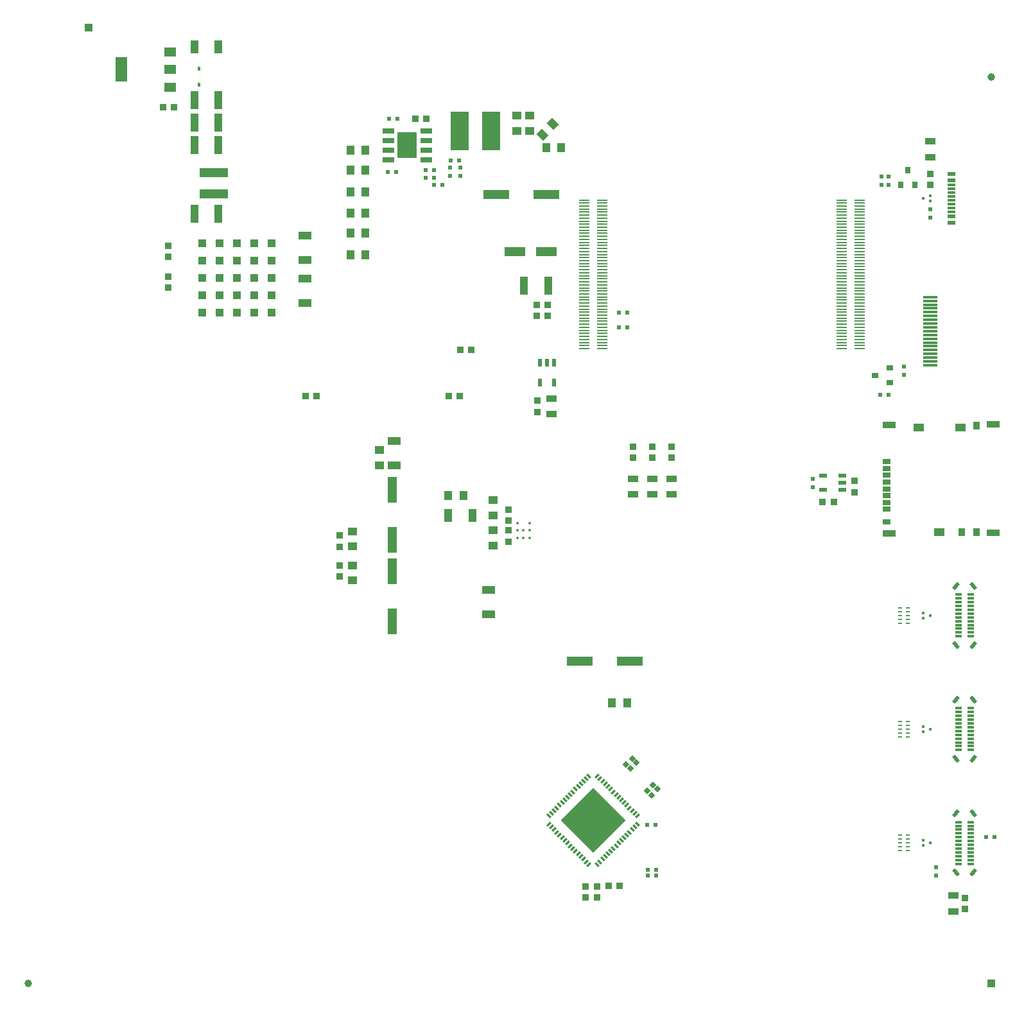
<source format=gbr>
%TF.GenerationSoftware,Altium Limited,Altium Designer,22.4.2 (48)*%
G04 Layer_Color=8421504*
%FSLAX26Y26*%
%MOIN*%
%TF.SameCoordinates,0D1A2E3A-66A7-4FCB-BFB3-5B9149DA6B87*%
%TF.FilePolarity,Positive*%
%TF.FileFunction,Paste,Top*%
%TF.Part,Single*%
G01*
G75*
%TA.AperFunction,ConnectorPad*%
%ADD14R,0.043307X0.023622*%
%ADD15R,0.043307X0.011811*%
%TA.AperFunction,SMDPad,CuDef*%
%ADD16R,0.033465X0.011811*%
G04:AMPARAMS|DCode=17|XSize=19.685mil|YSize=40.551mil|CornerRadius=0mil|HoleSize=0mil|Usage=FLASHONLY|Rotation=220.000|XOffset=0mil|YOffset=0mil|HoleType=Round|Shape=Rectangle|*
%AMROTATEDRECTD17*
4,1,4,-0.005493,0.021859,0.020573,-0.009205,0.005493,-0.021859,-0.020573,0.009205,-0.005493,0.021859,0.0*
%
%ADD17ROTATEDRECTD17*%

G04:AMPARAMS|DCode=18|XSize=19.685mil|YSize=40.551mil|CornerRadius=0mil|HoleSize=0mil|Usage=FLASHONLY|Rotation=320.000|XOffset=0mil|YOffset=0mil|HoleType=Round|Shape=Rectangle|*
%AMROTATEDRECTD18*
4,1,4,-0.020573,-0.009205,0.005493,0.021859,0.020573,0.009205,-0.005493,-0.021859,-0.020573,-0.009205,0.0*
%
%ADD18ROTATEDRECTD18*%

%TA.AperFunction,BGAPad,CuDef*%
%ADD19C,0.013780*%
%TA.AperFunction,SMDPad,CuDef*%
%ADD20R,0.092520X0.200787*%
%ADD21R,0.011811X0.011811*%
%ADD22R,0.043307X0.023622*%
%ADD23R,0.031496X0.035433*%
%ADD24R,0.062992X0.129921*%
%ADD25R,0.062992X0.047244*%
%ADD26R,0.018701X0.007874*%
%ADD27R,0.017716X0.023228*%
%ADD28R,0.059055X0.031496*%
%ADD29R,0.102362X0.137795*%
%TA.AperFunction,BGAPad,CuDef*%
%ADD30R,0.041732X0.041732*%
%TA.AperFunction,SMDPad,CuDef*%
%ADD31R,0.023622X0.023622*%
G04:AMPARAMS|DCode=32|XSize=11.024mil|YSize=27.165mil|CornerRadius=0mil|HoleSize=0mil|Usage=FLASHONLY|Rotation=45.000|XOffset=0mil|YOffset=0mil|HoleType=Round|Shape=Rectangle|*
%AMROTATEDRECTD32*
4,1,4,0.005707,-0.013502,-0.013502,0.005707,-0.005707,0.013502,0.013502,-0.005707,0.005707,-0.013502,0.0*
%
%ADD32ROTATEDRECTD32*%

G04:AMPARAMS|DCode=33|XSize=11.024mil|YSize=27.165mil|CornerRadius=0mil|HoleSize=0mil|Usage=FLASHONLY|Rotation=315.000|XOffset=0mil|YOffset=0mil|HoleType=Round|Shape=Rectangle|*
%AMROTATEDRECTD33*
4,1,4,-0.013502,-0.005707,0.005707,0.013502,0.013502,0.005707,-0.005707,-0.013502,-0.013502,-0.005707,0.0*
%
%ADD33ROTATEDRECTD33*%

%ADD34P,0.334066X4X270.0*%
%ADD35R,0.145669X0.047244*%
%ADD36R,0.055118X0.035433*%
%ADD37R,0.074803X0.011811*%
%ADD38R,0.070866X0.039370*%
%ADD39R,0.133858X0.047244*%
%ADD40R,0.110236X0.047244*%
%ADD41R,0.056299X0.007874*%
%ADD42R,0.039370X0.049213*%
%ADD43R,0.035433X0.033465*%
%ADD44P,0.033407X4X270.0*%
%ADD45R,0.055118X0.044488*%
%ADD46R,0.033465X0.039370*%
%ADD47R,0.066929X0.035433*%
%ADD48R,0.039370X0.025591*%
%ADD49R,0.047244X0.133858*%
%ADD50R,0.049213X0.039370*%
%ADD51R,0.043307X0.094488*%
%ADD52R,0.033465X0.035433*%
%ADD53R,0.023622X0.023622*%
%ADD54R,0.035433X0.031496*%
%ADD55R,0.023622X0.043307*%
%ADD56R,0.039370X0.070866*%
G04:AMPARAMS|DCode=57|XSize=39.37mil|YSize=49.213mil|CornerRadius=0mil|HoleSize=0mil|Usage=FLASHONLY|Rotation=45.000|XOffset=0mil|YOffset=0mil|HoleType=Round|Shape=Rectangle|*
%AMROTATEDRECTD57*
4,1,4,0.003480,-0.031319,-0.031319,0.003480,-0.003480,0.031319,0.031319,-0.003480,0.003480,-0.031319,0.0*
%
%ADD57ROTATEDRECTD57*%

%TA.AperFunction,FiducialPad,Global*%
%ADD58C,0.039370*%
%ADD59R,0.039370X0.039370*%
D14*
X5836614Y5212598D02*
D03*
Y5244095D02*
D03*
Y5023622D02*
D03*
Y4992126D02*
D03*
D15*
Y5049213D02*
D03*
Y5068898D02*
D03*
Y5088583D02*
D03*
Y5108268D02*
D03*
Y5127953D02*
D03*
Y5147638D02*
D03*
Y5167323D02*
D03*
Y5187008D02*
D03*
D16*
X5872835Y2844488D02*
D03*
Y2864173D02*
D03*
Y2883858D02*
D03*
Y2903543D02*
D03*
Y2923228D02*
D03*
Y2942913D02*
D03*
Y2962598D02*
D03*
Y2982284D02*
D03*
Y3001968D02*
D03*
Y3021653D02*
D03*
Y3041339D02*
D03*
Y3061024D02*
D03*
X5938189D02*
D03*
Y3041339D02*
D03*
Y3021653D02*
D03*
Y3001968D02*
D03*
Y2982284D02*
D03*
Y2962598D02*
D03*
Y2942913D02*
D03*
Y2923228D02*
D03*
Y2903543D02*
D03*
Y2883858D02*
D03*
Y2864173D02*
D03*
Y2844488D02*
D03*
X5872835Y1663386D02*
D03*
Y1683071D02*
D03*
Y1702756D02*
D03*
Y1722441D02*
D03*
Y1742126D02*
D03*
Y1761811D02*
D03*
Y1781496D02*
D03*
Y1801181D02*
D03*
Y1820866D02*
D03*
Y1840551D02*
D03*
Y1860236D02*
D03*
Y1879921D02*
D03*
X5938189D02*
D03*
Y1860236D02*
D03*
Y1840551D02*
D03*
Y1820866D02*
D03*
Y1801181D02*
D03*
Y1781496D02*
D03*
Y1761811D02*
D03*
Y1742126D02*
D03*
Y1722441D02*
D03*
Y1702756D02*
D03*
Y1683071D02*
D03*
Y1663386D02*
D03*
X5872835Y2253937D02*
D03*
Y2273622D02*
D03*
Y2293307D02*
D03*
Y2312992D02*
D03*
Y2332677D02*
D03*
Y2352362D02*
D03*
Y2372047D02*
D03*
Y2391732D02*
D03*
Y2411417D02*
D03*
Y2431102D02*
D03*
Y2450787D02*
D03*
Y2470472D02*
D03*
X5938189D02*
D03*
Y2450787D02*
D03*
Y2431102D02*
D03*
Y2411417D02*
D03*
Y2391732D02*
D03*
Y2372047D02*
D03*
Y2352362D02*
D03*
Y2332677D02*
D03*
Y2312992D02*
D03*
Y2293307D02*
D03*
Y2273622D02*
D03*
Y2253937D02*
D03*
D17*
X5950197Y3105512D02*
D03*
X5860827Y2800000D02*
D03*
X5950197Y1924409D02*
D03*
X5860827Y1618898D02*
D03*
X5950197Y2514961D02*
D03*
X5860827Y2209449D02*
D03*
D18*
Y3105512D02*
D03*
X5950197Y2800000D02*
D03*
X5860827Y1924409D02*
D03*
X5950197Y1618898D02*
D03*
X5860827Y2514961D02*
D03*
X5950197Y2209449D02*
D03*
D19*
X3645669Y3433071D02*
D03*
Y3393701D02*
D03*
Y3354331D02*
D03*
X3582677Y3433071D02*
D03*
Y3393701D02*
D03*
Y3354331D02*
D03*
X3614173D02*
D03*
Y3393701D02*
D03*
D20*
X3284449Y5468504D02*
D03*
X3447835D02*
D03*
D21*
X5725394Y5104331D02*
D03*
Y5131890D02*
D03*
X5691929Y5118110D02*
D03*
Y1785433D02*
D03*
Y1757874D02*
D03*
X5725394Y1771653D02*
D03*
X5691929Y2375984D02*
D03*
Y2348425D02*
D03*
X5725394Y2362205D02*
D03*
X5691929Y2966535D02*
D03*
Y2938976D02*
D03*
X5725394Y2952756D02*
D03*
D22*
X5271654Y3679134D02*
D03*
Y3641732D02*
D03*
X5169291Y3604331D02*
D03*
Y3679134D02*
D03*
X5271654Y3604331D02*
D03*
D23*
X5572835Y5187008D02*
D03*
X5647638D02*
D03*
X5610236Y5265748D02*
D03*
D24*
X1527559Y5787402D02*
D03*
D25*
X1779528Y5877953D02*
D03*
Y5787402D02*
D03*
Y5696850D02*
D03*
D26*
X5609252Y2913386D02*
D03*
Y2933071D02*
D03*
Y2952756D02*
D03*
Y2972441D02*
D03*
Y2992126D02*
D03*
X5571850D02*
D03*
Y2972441D02*
D03*
Y2952756D02*
D03*
Y2933071D02*
D03*
Y2913386D02*
D03*
X5609252Y1732283D02*
D03*
Y1751968D02*
D03*
Y1771653D02*
D03*
Y1791339D02*
D03*
Y1811024D02*
D03*
X5571850D02*
D03*
Y1791339D02*
D03*
Y1771653D02*
D03*
Y1751968D02*
D03*
Y1732283D02*
D03*
X5609252Y2322835D02*
D03*
Y2342520D02*
D03*
Y2362205D02*
D03*
Y2381890D02*
D03*
Y2401575D02*
D03*
X5571850D02*
D03*
Y2381890D02*
D03*
Y2362205D02*
D03*
Y2342520D02*
D03*
Y2322835D02*
D03*
D27*
X1929134Y5708661D02*
D03*
Y5793307D02*
D03*
D28*
X3110236Y5468701D02*
D03*
Y5418701D02*
D03*
Y5318701D02*
D03*
Y5368701D02*
D03*
X2913386D02*
D03*
Y5318701D02*
D03*
Y5418701D02*
D03*
Y5468701D02*
D03*
D29*
X3011811Y5393701D02*
D03*
D30*
X2216142Y4524409D02*
D03*
X2306299D02*
D03*
X1945669D02*
D03*
X2035827D02*
D03*
X2125984D02*
D03*
X2216142Y4614567D02*
D03*
X2306299D02*
D03*
X1945669D02*
D03*
X2035827D02*
D03*
X2125984D02*
D03*
Y4704724D02*
D03*
X2035827D02*
D03*
X1945669D02*
D03*
X2306299D02*
D03*
X2216142D02*
D03*
X2125984Y4794882D02*
D03*
X2035827D02*
D03*
X1945669D02*
D03*
X2306299D02*
D03*
X2216142D02*
D03*
X2125984Y4885039D02*
D03*
X2035827D02*
D03*
X1945669D02*
D03*
X2306299D02*
D03*
X2216142D02*
D03*
D31*
X4301181Y1866142D02*
D03*
X4257874D02*
D03*
X5511024Y4100000D02*
D03*
X5467717D02*
D03*
X4154134Y4525000D02*
D03*
X4110827D02*
D03*
X4154134Y4450000D02*
D03*
X4110827D02*
D03*
X2958661Y5531496D02*
D03*
X2915354D02*
D03*
X6017717Y1803150D02*
D03*
X6061024D02*
D03*
X3194882Y5188976D02*
D03*
X3151575D02*
D03*
X2911417Y5255905D02*
D03*
X2954724D02*
D03*
X3108268Y5263779D02*
D03*
X3151575D02*
D03*
X3281496Y5314961D02*
D03*
X3238189D02*
D03*
X3151575Y5224409D02*
D03*
X3108268D02*
D03*
X4305118Y1601378D02*
D03*
X4261811D02*
D03*
X4305118Y1632874D02*
D03*
X4261811D02*
D03*
D32*
X4206744Y1868189D02*
D03*
X4192825Y1854269D02*
D03*
X4178906Y1840350D02*
D03*
X4164986Y1826430D02*
D03*
X4151067Y1812511D02*
D03*
X4137147Y1798592D02*
D03*
X4123228Y1784672D02*
D03*
X4109309Y1770753D02*
D03*
X3997953Y1659397D02*
D03*
X4011872Y1673317D02*
D03*
X4025792Y1687236D02*
D03*
X4039711Y1701156D02*
D03*
X4053631Y1715075D02*
D03*
X4067550Y1728994D02*
D03*
X4081470Y1742914D02*
D03*
X4095389Y1756833D02*
D03*
X3746012Y1911339D02*
D03*
X3759931Y1925258D02*
D03*
X3773850Y1939178D02*
D03*
X3787770Y1953097D02*
D03*
X3801689Y1967017D02*
D03*
X3815609Y1980936D02*
D03*
X3829528Y1994855D02*
D03*
X3843448Y2008775D02*
D03*
X3954803Y2120130D02*
D03*
X3940883Y2106211D02*
D03*
X3926964Y2092291D02*
D03*
X3913045Y2078372D02*
D03*
X3899125Y2064453D02*
D03*
X3885206Y2050533D02*
D03*
X3871286Y2036614D02*
D03*
X3857367Y2022694D02*
D03*
D33*
X3954803Y1659397D02*
D03*
X3940883Y1673317D02*
D03*
X3926964Y1687236D02*
D03*
X3913045Y1701156D02*
D03*
X3899125Y1715075D02*
D03*
X3885206Y1728994D02*
D03*
X3871286Y1742914D02*
D03*
X3857367Y1756833D02*
D03*
X3746012Y1868189D02*
D03*
X3759931Y1854269D02*
D03*
X3773850Y1840350D02*
D03*
X3787770Y1826430D02*
D03*
X3829528Y1784672D02*
D03*
X3843448Y1770753D02*
D03*
X3997953Y2120130D02*
D03*
X4011872Y2106211D02*
D03*
X4025792Y2092291D02*
D03*
X4039711Y2078372D02*
D03*
X4053631Y2064453D02*
D03*
X4067550Y2050533D02*
D03*
X4081470Y2036614D02*
D03*
X4095389Y2022694D02*
D03*
X4206744Y1911339D02*
D03*
X4192825Y1925258D02*
D03*
X4178906Y1939178D02*
D03*
X4164986Y1953097D02*
D03*
X4151067Y1967017D02*
D03*
X4137147Y1980936D02*
D03*
X4123228Y1994855D02*
D03*
X4109309Y2008775D02*
D03*
X3801689Y1812511D02*
D03*
X3815609Y1798592D02*
D03*
D34*
X3976378Y1889764D02*
D03*
D35*
X2007874Y5251968D02*
D03*
Y5141732D02*
D03*
D36*
X5728346Y5415354D02*
D03*
Y5332677D02*
D03*
X4182480Y3580709D02*
D03*
Y3663386D02*
D03*
X3761220Y4080118D02*
D03*
Y3997441D02*
D03*
X4282480Y3580709D02*
D03*
Y3663386D02*
D03*
X4382480Y3580709D02*
D03*
Y3663386D02*
D03*
X5846457Y1498032D02*
D03*
Y1415354D02*
D03*
D37*
X5728346Y4409449D02*
D03*
Y4389764D02*
D03*
Y4370079D02*
D03*
Y4330709D02*
D03*
Y4291338D02*
D03*
Y4350394D02*
D03*
Y4311024D02*
D03*
Y4271654D02*
D03*
Y4251968D02*
D03*
Y4429134D02*
D03*
Y4448819D02*
D03*
Y4468504D02*
D03*
Y4507874D02*
D03*
Y4547244D02*
D03*
Y4488189D02*
D03*
Y4527559D02*
D03*
Y4566929D02*
D03*
Y4586614D02*
D03*
Y4606299D02*
D03*
D38*
X3435039Y2958661D02*
D03*
Y3084646D02*
D03*
X2480315Y4799213D02*
D03*
Y4925197D02*
D03*
X2944882Y3858268D02*
D03*
Y3732284D02*
D03*
X2480315Y4700787D02*
D03*
Y4574803D02*
D03*
D39*
X3732284Y5137795D02*
D03*
X3472441D02*
D03*
X4165354Y2716535D02*
D03*
X3905512D02*
D03*
D40*
X3568898Y4842520D02*
D03*
X3734252D02*
D03*
D41*
X5268110Y4716535D02*
D03*
Y4700788D02*
D03*
Y4685039D02*
D03*
Y4669291D02*
D03*
Y4653543D02*
D03*
Y4637795D02*
D03*
Y4622047D02*
D03*
Y4606299D02*
D03*
Y4590551D02*
D03*
Y4574803D02*
D03*
Y4559055D02*
D03*
Y4543307D02*
D03*
Y4527559D02*
D03*
Y4511811D02*
D03*
Y4496063D02*
D03*
Y4480315D02*
D03*
Y4464567D02*
D03*
Y4448819D02*
D03*
Y4433071D02*
D03*
Y4417323D02*
D03*
Y4401575D02*
D03*
Y4385827D02*
D03*
Y4370079D02*
D03*
Y4354331D02*
D03*
Y4338583D02*
D03*
Y5110236D02*
D03*
Y5094488D02*
D03*
Y5078740D02*
D03*
Y5062992D02*
D03*
Y5047244D02*
D03*
Y5031496D02*
D03*
Y5015748D02*
D03*
Y5000000D02*
D03*
Y4984252D02*
D03*
Y4968504D02*
D03*
Y4952756D02*
D03*
Y4937008D02*
D03*
Y4921260D02*
D03*
Y4905512D02*
D03*
Y4889764D02*
D03*
Y4874016D02*
D03*
Y4858268D02*
D03*
Y4842520D02*
D03*
Y4826772D02*
D03*
Y4811024D02*
D03*
Y4795276D02*
D03*
Y4779528D02*
D03*
Y4763780D02*
D03*
Y4748032D02*
D03*
Y4732283D02*
D03*
X5361811Y4716535D02*
D03*
Y4700788D02*
D03*
Y4685039D02*
D03*
Y4669291D02*
D03*
Y4653543D02*
D03*
Y4637795D02*
D03*
Y4622047D02*
D03*
Y4606299D02*
D03*
Y4590551D02*
D03*
Y4574803D02*
D03*
Y4559055D02*
D03*
Y4543307D02*
D03*
Y4527559D02*
D03*
Y4511811D02*
D03*
Y4496063D02*
D03*
Y4480315D02*
D03*
Y4464567D02*
D03*
Y4448819D02*
D03*
Y4433071D02*
D03*
Y4417323D02*
D03*
Y4401575D02*
D03*
Y4385827D02*
D03*
Y4370079D02*
D03*
Y4354331D02*
D03*
Y4338583D02*
D03*
Y5110236D02*
D03*
Y5094488D02*
D03*
Y5078740D02*
D03*
Y5062992D02*
D03*
Y5047244D02*
D03*
Y5031496D02*
D03*
Y5015748D02*
D03*
Y5000000D02*
D03*
Y4984252D02*
D03*
Y4968504D02*
D03*
Y4952756D02*
D03*
Y4937008D02*
D03*
Y4921260D02*
D03*
Y4905512D02*
D03*
Y4889764D02*
D03*
Y4874016D02*
D03*
Y4858268D02*
D03*
Y4842520D02*
D03*
Y4826772D02*
D03*
Y4811024D02*
D03*
Y4795276D02*
D03*
Y4779528D02*
D03*
Y4763780D02*
D03*
Y4748032D02*
D03*
Y4732283D02*
D03*
X3929528Y4716535D02*
D03*
Y4700788D02*
D03*
Y4685039D02*
D03*
Y4669291D02*
D03*
Y4653543D02*
D03*
Y4637795D02*
D03*
Y4622047D02*
D03*
Y4606299D02*
D03*
Y4590551D02*
D03*
Y4574803D02*
D03*
Y4559055D02*
D03*
Y4543307D02*
D03*
Y4527559D02*
D03*
Y4511811D02*
D03*
Y4496063D02*
D03*
Y4480315D02*
D03*
Y4464567D02*
D03*
Y4448819D02*
D03*
Y4433071D02*
D03*
Y4417323D02*
D03*
Y4401575D02*
D03*
Y4385827D02*
D03*
Y4370079D02*
D03*
Y4354331D02*
D03*
Y4338583D02*
D03*
Y5110236D02*
D03*
Y5094488D02*
D03*
Y5078740D02*
D03*
Y5062992D02*
D03*
Y5047244D02*
D03*
Y5031496D02*
D03*
Y5015748D02*
D03*
Y5000000D02*
D03*
Y4984252D02*
D03*
Y4968504D02*
D03*
Y4952756D02*
D03*
Y4937008D02*
D03*
Y4921260D02*
D03*
Y4905512D02*
D03*
Y4889764D02*
D03*
Y4874016D02*
D03*
Y4858268D02*
D03*
Y4842520D02*
D03*
Y4826772D02*
D03*
Y4811024D02*
D03*
Y4795276D02*
D03*
Y4779528D02*
D03*
Y4763780D02*
D03*
Y4748032D02*
D03*
Y4732283D02*
D03*
X4023228Y4716535D02*
D03*
Y4700788D02*
D03*
Y4685039D02*
D03*
Y4669291D02*
D03*
Y4653543D02*
D03*
Y4637795D02*
D03*
Y4622047D02*
D03*
Y4606299D02*
D03*
Y4590551D02*
D03*
Y4574803D02*
D03*
Y4559055D02*
D03*
Y4543307D02*
D03*
Y4527559D02*
D03*
Y4511811D02*
D03*
Y4496063D02*
D03*
Y4480315D02*
D03*
Y4464567D02*
D03*
Y4448819D02*
D03*
Y4433071D02*
D03*
Y4417323D02*
D03*
Y4401575D02*
D03*
Y4385827D02*
D03*
Y4370079D02*
D03*
Y4354331D02*
D03*
Y4338583D02*
D03*
Y5110236D02*
D03*
Y5094488D02*
D03*
Y5078740D02*
D03*
Y5062992D02*
D03*
Y5047244D02*
D03*
Y5031496D02*
D03*
Y5015748D02*
D03*
Y5000000D02*
D03*
Y4984252D02*
D03*
Y4968504D02*
D03*
Y4952756D02*
D03*
Y4937008D02*
D03*
Y4921260D02*
D03*
Y4905512D02*
D03*
Y4889764D02*
D03*
Y4874016D02*
D03*
Y4858268D02*
D03*
Y4842520D02*
D03*
Y4826772D02*
D03*
Y4811024D02*
D03*
Y4795276D02*
D03*
Y4779528D02*
D03*
Y4763780D02*
D03*
Y4748032D02*
D03*
Y4732283D02*
D03*
D42*
X2795276Y5370065D02*
D03*
X2716535D02*
D03*
X4153543Y2500000D02*
D03*
X4074803D02*
D03*
X3224409Y3574803D02*
D03*
X3303150D02*
D03*
X3732283Y5381890D02*
D03*
X3811024D02*
D03*
X2795276Y4826759D02*
D03*
X2716535D02*
D03*
X2795276Y4936995D02*
D03*
X2716535D02*
D03*
X2795276Y5043294D02*
D03*
X2716535D02*
D03*
X2795276Y5153530D02*
D03*
X2716535D02*
D03*
X2795276Y5263766D02*
D03*
X2716535D02*
D03*
D43*
X5334646Y3593504D02*
D03*
Y3650590D02*
D03*
X2661417Y3310039D02*
D03*
Y3367126D02*
D03*
Y3213583D02*
D03*
Y3156496D02*
D03*
X4182480Y3770669D02*
D03*
Y3827756D02*
D03*
X3686220Y4067323D02*
D03*
Y4010236D02*
D03*
X4282480Y3827756D02*
D03*
Y3770669D02*
D03*
X4382480Y3827756D02*
D03*
Y3770669D02*
D03*
X3535433Y3393701D02*
D03*
Y3336614D02*
D03*
Y3443898D02*
D03*
Y3500984D02*
D03*
X1771653Y4813976D02*
D03*
Y4871063D02*
D03*
Y4656496D02*
D03*
Y4713583D02*
D03*
X5905512Y1485236D02*
D03*
Y1428150D02*
D03*
X5728346Y5187992D02*
D03*
Y5245079D02*
D03*
X3996063Y1544291D02*
D03*
Y1487205D02*
D03*
X3937008D02*
D03*
Y1544291D02*
D03*
D44*
X4178697Y2210193D02*
D03*
X4148074Y2179571D02*
D03*
X4310587Y2050744D02*
D03*
X4279964Y2020122D02*
D03*
X4286965Y2072398D02*
D03*
X4256342Y2041775D02*
D03*
X4200351Y2188540D02*
D03*
X4169728Y2157917D02*
D03*
D45*
X5882874Y3927165D02*
D03*
X5668307D02*
D03*
X5774606Y3383858D02*
D03*
D46*
X5890748Y3385827D02*
D03*
X5966732D02*
D03*
Y3937008D02*
D03*
D47*
X6054492Y3944016D02*
D03*
X6054134Y3381009D02*
D03*
X5514764Y3942913D02*
D03*
Y3379921D02*
D03*
D48*
X5500000Y3503937D02*
D03*
Y3751968D02*
D03*
Y3716535D02*
D03*
Y3681102D02*
D03*
Y3645669D02*
D03*
Y3610236D02*
D03*
Y3574803D02*
D03*
Y3539370D02*
D03*
Y3440157D02*
D03*
D49*
X2933661Y3346260D02*
D03*
Y3606102D02*
D03*
Y3181102D02*
D03*
Y2921260D02*
D03*
D50*
X2728346Y3311023D02*
D03*
Y3389764D02*
D03*
X2728347Y3212598D02*
D03*
Y3133858D02*
D03*
X2866142Y3732283D02*
D03*
Y3811024D02*
D03*
X3456693Y3393701D02*
D03*
Y3314961D02*
D03*
Y3472441D02*
D03*
Y3551181D02*
D03*
X3578740Y5468504D02*
D03*
Y5547244D02*
D03*
X3645669Y5468504D02*
D03*
Y5547244D02*
D03*
D51*
X3744095Y4665354D02*
D03*
X3618110D02*
D03*
X2031496Y5629921D02*
D03*
X1905512D02*
D03*
X2031496Y5511811D02*
D03*
X1905512D02*
D03*
X2031496Y5393701D02*
D03*
X1905512D02*
D03*
X2031496Y5039370D02*
D03*
X1905512D02*
D03*
D52*
X3739173Y4566929D02*
D03*
X3682087D02*
D03*
X3739173Y4507874D02*
D03*
X3682087D02*
D03*
X3286417Y4330709D02*
D03*
X3343504D02*
D03*
X2483268Y4090551D02*
D03*
X2540354D02*
D03*
X3227362D02*
D03*
X3284449D02*
D03*
X1743110Y5590551D02*
D03*
X1800197D02*
D03*
X5168307Y3543307D02*
D03*
X5225394D02*
D03*
X3054134Y5531496D02*
D03*
X3111220D02*
D03*
X4058071Y1547244D02*
D03*
X4115158D02*
D03*
D53*
X5589370Y4246654D02*
D03*
Y4203346D02*
D03*
X5118110Y3620079D02*
D03*
Y3663386D02*
D03*
X5755905Y1643701D02*
D03*
Y1600394D02*
D03*
X5728346Y5017717D02*
D03*
Y5061024D02*
D03*
X3232284Y5277559D02*
D03*
Y5234252D02*
D03*
X3287402Y5277559D02*
D03*
Y5234252D02*
D03*
X5472441Y5187008D02*
D03*
Y5230315D02*
D03*
X5511811D02*
D03*
Y5187008D02*
D03*
D54*
X5518110Y4162598D02*
D03*
Y4237402D02*
D03*
X5439370Y4200000D02*
D03*
D55*
X3698819Y4264961D02*
D03*
X3736220D02*
D03*
X3773622Y4162598D02*
D03*
X3698819D02*
D03*
X3773622Y4264961D02*
D03*
D56*
X2031496Y5905512D02*
D03*
X1905512D02*
D03*
X3350394Y3472441D02*
D03*
X3224410D02*
D03*
D57*
X3712319Y5448539D02*
D03*
X3767996Y5504217D02*
D03*
D58*
X1043307Y1043307D02*
D03*
X6043307Y5748032D02*
D03*
D59*
Y1043307D02*
D03*
X1358268Y6003937D02*
D03*
%TF.MD5,adfdf9fb1c464a34d229036a52e7bedf*%
M02*

</source>
